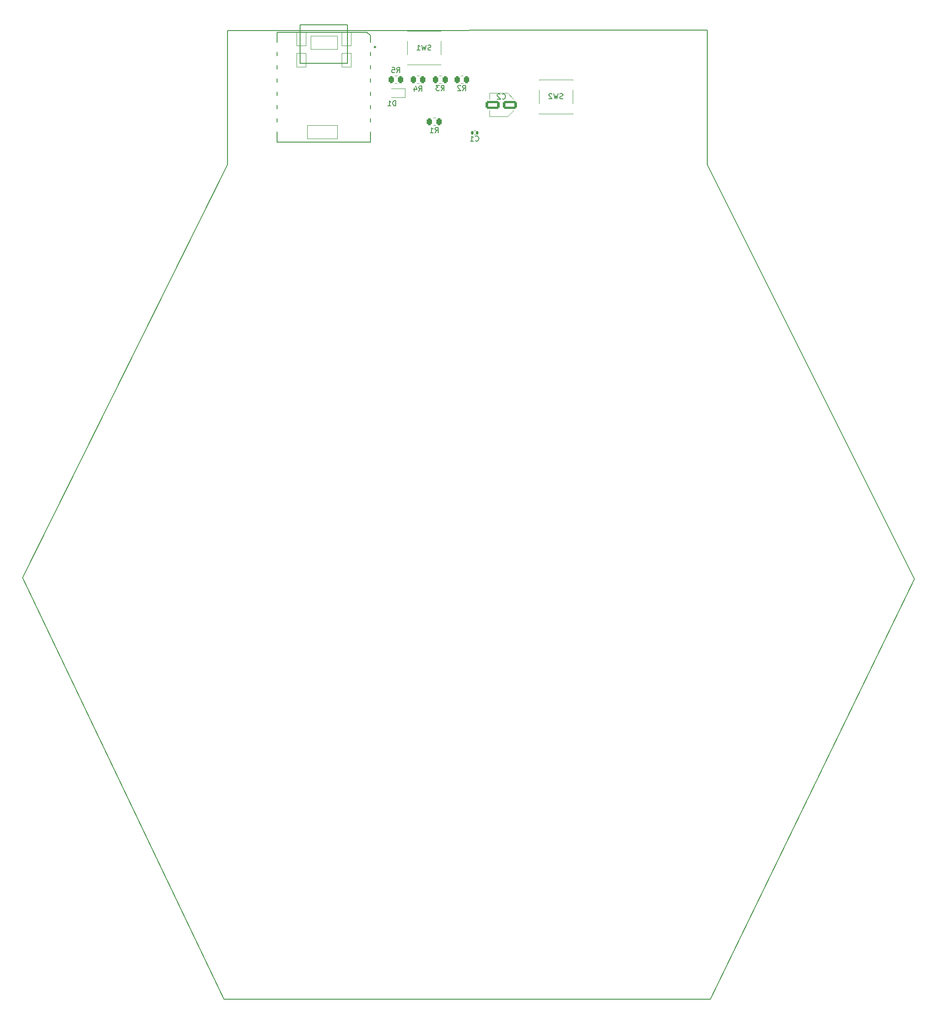
<source format=gbo>
%TF.GenerationSoftware,KiCad,Pcbnew,6.0.11+dfsg-1*%
%TF.CreationDate,2024-04-05T16:29:55+02:00*%
%TF.ProjectId,hexapad,68657861-7061-4642-9e6b-696361645f70,rev?*%
%TF.SameCoordinates,Original*%
%TF.FileFunction,Legend,Bot*%
%TF.FilePolarity,Positive*%
%FSLAX46Y46*%
G04 Gerber Fmt 4.6, Leading zero omitted, Abs format (unit mm)*
G04 Created by KiCad (PCBNEW 6.0.11+dfsg-1) date 2024-04-05 16:29:55*
%MOMM*%
%LPD*%
G01*
G04 APERTURE LIST*
G04 Aperture macros list*
%AMRoundRect*
0 Rectangle with rounded corners*
0 $1 Rounding radius*
0 $2 $3 $4 $5 $6 $7 $8 $9 X,Y pos of 4 corners*
0 Add a 4 corners polygon primitive as box body*
4,1,4,$2,$3,$4,$5,$6,$7,$8,$9,$2,$3,0*
0 Add four circle primitives for the rounded corners*
1,1,$1+$1,$2,$3*
1,1,$1+$1,$4,$5*
1,1,$1+$1,$6,$7*
1,1,$1+$1,$8,$9*
0 Add four rect primitives between the rounded corners*
20,1,$1+$1,$2,$3,$4,$5,0*
20,1,$1+$1,$4,$5,$6,$7,0*
20,1,$1+$1,$6,$7,$8,$9,0*
20,1,$1+$1,$8,$9,$2,$3,0*%
G04 Aperture macros list end*
%ADD10C,0.150000*%
%ADD11C,0.120000*%
%ADD12C,0.066040*%
%ADD13C,0.127000*%
%ADD14C,0.254000*%
%ADD15RoundRect,0.250000X-0.262500X-0.450000X0.262500X-0.450000X0.262500X0.450000X-0.262500X0.450000X0*%
%ADD16RoundRect,0.250000X1.075000X0.550000X-1.075000X0.550000X-1.075000X-0.550000X1.075000X-0.550000X0*%
%ADD17R,1.550000X1.300000*%
%ADD18R,0.600000X0.450000*%
%ADD19RoundRect,0.140000X-0.140000X-0.170000X0.140000X-0.170000X0.140000X0.170000X-0.140000X0.170000X0*%
%ADD20O,2.748280X1.998980*%
%ADD21O,1.016000X2.032000*%
%ADD22C,1.143000*%
G04 APERTURE END LIST*
D10*
X86125000Y-139475000D02*
X124625000Y-220075000D01*
X217700000Y-220075000D02*
X256700000Y-139725000D01*
X217075000Y-60475000D02*
X217100000Y-34775000D01*
X125300000Y-34800000D02*
X125300000Y-60475000D01*
X217100000Y-34775000D02*
X125300000Y-34800000D01*
X125300000Y-60475000D02*
X86125000Y-139475000D01*
X124625000Y-220075000D02*
X217700000Y-220075000D01*
X256700000Y-139725000D02*
X217075000Y-60475000D01*
X166170166Y-46302380D02*
X166503500Y-45826190D01*
X166741595Y-46302380D02*
X166741595Y-45302380D01*
X166360642Y-45302380D01*
X166265404Y-45350000D01*
X166217785Y-45397619D01*
X166170166Y-45492857D01*
X166170166Y-45635714D01*
X166217785Y-45730952D01*
X166265404Y-45778571D01*
X166360642Y-45826190D01*
X166741595Y-45826190D01*
X165836833Y-45302380D02*
X165217785Y-45302380D01*
X165551119Y-45683333D01*
X165408261Y-45683333D01*
X165313023Y-45730952D01*
X165265404Y-45778571D01*
X165217785Y-45873809D01*
X165217785Y-46111904D01*
X165265404Y-46207142D01*
X165313023Y-46254761D01*
X165408261Y-46302380D01*
X165693976Y-46302380D01*
X165789214Y-46254761D01*
X165836833Y-46207142D01*
X157684666Y-42874380D02*
X158018000Y-42398190D01*
X158256095Y-42874380D02*
X158256095Y-41874380D01*
X157875142Y-41874380D01*
X157779904Y-41922000D01*
X157732285Y-41969619D01*
X157684666Y-42064857D01*
X157684666Y-42207714D01*
X157732285Y-42302952D01*
X157779904Y-42350571D01*
X157875142Y-42398190D01*
X158256095Y-42398190D01*
X156779904Y-41874380D02*
X157256095Y-41874380D01*
X157303714Y-42350571D01*
X157256095Y-42302952D01*
X157160857Y-42255333D01*
X156922761Y-42255333D01*
X156827523Y-42302952D01*
X156779904Y-42350571D01*
X156732285Y-42445809D01*
X156732285Y-42683904D01*
X156779904Y-42779142D01*
X156827523Y-42826761D01*
X156922761Y-42874380D01*
X157160857Y-42874380D01*
X157256095Y-42826761D01*
X157303714Y-42779142D01*
X170281166Y-46302380D02*
X170614500Y-45826190D01*
X170852595Y-46302380D02*
X170852595Y-45302380D01*
X170471642Y-45302380D01*
X170376404Y-45350000D01*
X170328785Y-45397619D01*
X170281166Y-45492857D01*
X170281166Y-45635714D01*
X170328785Y-45730952D01*
X170376404Y-45778571D01*
X170471642Y-45826190D01*
X170852595Y-45826190D01*
X169900214Y-45397619D02*
X169852595Y-45350000D01*
X169757357Y-45302380D01*
X169519261Y-45302380D01*
X169424023Y-45350000D01*
X169376404Y-45397619D01*
X169328785Y-45492857D01*
X169328785Y-45588095D01*
X169376404Y-45730952D01*
X169947833Y-46302380D01*
X169328785Y-46302380D01*
X161899166Y-46430380D02*
X162232500Y-45954190D01*
X162470595Y-46430380D02*
X162470595Y-45430380D01*
X162089642Y-45430380D01*
X161994404Y-45478000D01*
X161946785Y-45525619D01*
X161899166Y-45620857D01*
X161899166Y-45763714D01*
X161946785Y-45858952D01*
X161994404Y-45906571D01*
X162089642Y-45954190D01*
X162470595Y-45954190D01*
X161042023Y-45763714D02*
X161042023Y-46430380D01*
X161280119Y-45382761D02*
X161518214Y-46097047D01*
X160899166Y-46097047D01*
X177841666Y-47832142D02*
X177889285Y-47879761D01*
X178032142Y-47927380D01*
X178127380Y-47927380D01*
X178270238Y-47879761D01*
X178365476Y-47784523D01*
X178413095Y-47689285D01*
X178460714Y-47498809D01*
X178460714Y-47355952D01*
X178413095Y-47165476D01*
X178365476Y-47070238D01*
X178270238Y-46975000D01*
X178127380Y-46927380D01*
X178032142Y-46927380D01*
X177889285Y-46975000D01*
X177841666Y-47022619D01*
X177460714Y-47022619D02*
X177413095Y-46975000D01*
X177317857Y-46927380D01*
X177079761Y-46927380D01*
X176984523Y-46975000D01*
X176936904Y-47022619D01*
X176889285Y-47117857D01*
X176889285Y-47213095D01*
X176936904Y-47355952D01*
X177508333Y-47927380D01*
X176889285Y-47927380D01*
X189438333Y-47829761D02*
X189295476Y-47877380D01*
X189057380Y-47877380D01*
X188962142Y-47829761D01*
X188914523Y-47782142D01*
X188866904Y-47686904D01*
X188866904Y-47591666D01*
X188914523Y-47496428D01*
X188962142Y-47448809D01*
X189057380Y-47401190D01*
X189247857Y-47353571D01*
X189343095Y-47305952D01*
X189390714Y-47258333D01*
X189438333Y-47163095D01*
X189438333Y-47067857D01*
X189390714Y-46972619D01*
X189343095Y-46925000D01*
X189247857Y-46877380D01*
X189009761Y-46877380D01*
X188866904Y-46925000D01*
X188533571Y-46877380D02*
X188295476Y-47877380D01*
X188105000Y-47163095D01*
X187914523Y-47877380D01*
X187676428Y-46877380D01*
X187343095Y-46972619D02*
X187295476Y-46925000D01*
X187200238Y-46877380D01*
X186962142Y-46877380D01*
X186866904Y-46925000D01*
X186819285Y-46972619D01*
X186771666Y-47067857D01*
X186771666Y-47163095D01*
X186819285Y-47305952D01*
X187390714Y-47877380D01*
X186771666Y-47877380D01*
X157494095Y-49224380D02*
X157494095Y-48224380D01*
X157256000Y-48224380D01*
X157113142Y-48272000D01*
X157017904Y-48367238D01*
X156970285Y-48462476D01*
X156922666Y-48652952D01*
X156922666Y-48795809D01*
X156970285Y-48986285D01*
X157017904Y-49081523D01*
X157113142Y-49176761D01*
X157256000Y-49224380D01*
X157494095Y-49224380D01*
X155970285Y-49224380D02*
X156541714Y-49224380D01*
X156256000Y-49224380D02*
X156256000Y-48224380D01*
X156351238Y-48367238D01*
X156446476Y-48462476D01*
X156541714Y-48510095D01*
X172731166Y-55862642D02*
X172778785Y-55910261D01*
X172921642Y-55957880D01*
X173016880Y-55957880D01*
X173159738Y-55910261D01*
X173254976Y-55815023D01*
X173302595Y-55719785D01*
X173350214Y-55529309D01*
X173350214Y-55386452D01*
X173302595Y-55195976D01*
X173254976Y-55100738D01*
X173159738Y-55005500D01*
X173016880Y-54957880D01*
X172921642Y-54957880D01*
X172778785Y-55005500D01*
X172731166Y-55053119D01*
X171778785Y-55957880D02*
X172350214Y-55957880D01*
X172064500Y-55957880D02*
X172064500Y-54957880D01*
X172159738Y-55100738D01*
X172254976Y-55195976D01*
X172350214Y-55243595D01*
X165027166Y-54347880D02*
X165360500Y-53871690D01*
X165598595Y-54347880D02*
X165598595Y-53347880D01*
X165217642Y-53347880D01*
X165122404Y-53395500D01*
X165074785Y-53443119D01*
X165027166Y-53538357D01*
X165027166Y-53681214D01*
X165074785Y-53776452D01*
X165122404Y-53824071D01*
X165217642Y-53871690D01*
X165598595Y-53871690D01*
X164074785Y-54347880D02*
X164646214Y-54347880D01*
X164360500Y-54347880D02*
X164360500Y-53347880D01*
X164455738Y-53490738D01*
X164550976Y-53585976D01*
X164646214Y-53633595D01*
X164203333Y-38534761D02*
X164060476Y-38582380D01*
X163822380Y-38582380D01*
X163727142Y-38534761D01*
X163679523Y-38487142D01*
X163631904Y-38391904D01*
X163631904Y-38296666D01*
X163679523Y-38201428D01*
X163727142Y-38153809D01*
X163822380Y-38106190D01*
X164012857Y-38058571D01*
X164108095Y-38010952D01*
X164155714Y-37963333D01*
X164203333Y-37868095D01*
X164203333Y-37772857D01*
X164155714Y-37677619D01*
X164108095Y-37630000D01*
X164012857Y-37582380D01*
X163774761Y-37582380D01*
X163631904Y-37630000D01*
X163298571Y-37582380D02*
X163060476Y-38582380D01*
X162870000Y-37868095D01*
X162679523Y-38582380D01*
X162441428Y-37582380D01*
X161536666Y-38582380D02*
X162108095Y-38582380D01*
X161822380Y-38582380D02*
X161822380Y-37582380D01*
X161917619Y-37725238D01*
X162012857Y-37820476D01*
X162108095Y-37868095D01*
D11*
X165776436Y-43465000D02*
X166230564Y-43465000D01*
X165776436Y-44935000D02*
X166230564Y-44935000D01*
X157290936Y-43465000D02*
X157745064Y-43465000D01*
X157290936Y-44935000D02*
X157745064Y-44935000D01*
X169887436Y-44935000D02*
X170341564Y-44935000D01*
X169887436Y-43465000D02*
X170341564Y-43465000D01*
X161505436Y-43465000D02*
X161959564Y-43465000D01*
X161505436Y-44935000D02*
X161959564Y-44935000D01*
X175420000Y-51280000D02*
X175420000Y-50080000D01*
X179940000Y-50215563D02*
X178875563Y-51280000D01*
X179940000Y-47824437D02*
X179940000Y-47960000D01*
X175420000Y-46760000D02*
X175420000Y-47960000D01*
X178875563Y-51280000D02*
X175420000Y-51280000D01*
X178875563Y-46760000D02*
X175420000Y-46760000D01*
X179940000Y-47824437D02*
X178875563Y-46760000D01*
X179940000Y-50215563D02*
X179940000Y-50080000D01*
X184875000Y-44240000D02*
X184875000Y-44270000D01*
X191335000Y-44240000D02*
X184875000Y-44240000D01*
X191335000Y-50700000D02*
X191335000Y-50670000D01*
X184875000Y-46170000D02*
X184875000Y-48770000D01*
X191335000Y-44270000D02*
X191335000Y-44240000D01*
X184875000Y-50700000D02*
X184875000Y-50670000D01*
X191335000Y-50700000D02*
X184875000Y-50700000D01*
X191335000Y-46170000D02*
X191335000Y-48770000D01*
X159218000Y-47590000D02*
X156668000Y-47590000D01*
X159218000Y-45890000D02*
X159218000Y-47590000D01*
X159218000Y-45890000D02*
X156668000Y-45890000D01*
X172456664Y-54705500D02*
X172672336Y-54705500D01*
X172456664Y-53985500D02*
X172672336Y-53985500D01*
D12*
X148931410Y-37703310D02*
X147153410Y-37703310D01*
D13*
X148220210Y-41048490D02*
X148220210Y-33695190D01*
X139220990Y-41048490D02*
X148220210Y-41048490D01*
D12*
X140295410Y-35036310D02*
X138517410Y-35036310D01*
X148931410Y-35036310D02*
X147153410Y-35036310D01*
X146264410Y-55483310D02*
X146264410Y-52943310D01*
X148931410Y-39100310D02*
X147153410Y-39100310D01*
D13*
X139220990Y-33695190D02*
X139220990Y-41048490D01*
D12*
X140295410Y-39100310D02*
X138517410Y-39100310D01*
D13*
X152614410Y-56118310D02*
X134816630Y-56118310D01*
D12*
X141184410Y-38338310D02*
X141184410Y-35798310D01*
D13*
X151943850Y-35120130D02*
X152614410Y-35790690D01*
D12*
X140295410Y-41769850D02*
X140295410Y-39100310D01*
D13*
X134816630Y-56118310D02*
X134816630Y-35120130D01*
D12*
X146264410Y-38338310D02*
X146264410Y-35798310D01*
X138517410Y-41769850D02*
X138517410Y-39100310D01*
X146264410Y-38338310D02*
X141184410Y-38338310D01*
X138517410Y-37703310D02*
X138517410Y-35036310D01*
X140295410Y-41769850D02*
X138517410Y-41769850D01*
X146264410Y-55483310D02*
X140549410Y-55483310D01*
D13*
X152614410Y-35790690D02*
X152614410Y-56118310D01*
D12*
X148931410Y-41769850D02*
X148931410Y-39100310D01*
X140295410Y-37703310D02*
X140295410Y-35036310D01*
X147153410Y-37703310D02*
X147153410Y-35036310D01*
D13*
X148215130Y-33695190D02*
X139220990Y-33695190D01*
D12*
X140295410Y-37703310D02*
X138517410Y-37703310D01*
X148931410Y-41769850D02*
X147153410Y-41769850D01*
X140549410Y-55483310D02*
X140549410Y-52943310D01*
X146264410Y-35798310D02*
X141184410Y-35798310D01*
X146264410Y-52943310D02*
X140549410Y-52943310D01*
X147153410Y-41769850D02*
X147153410Y-39100310D01*
D13*
X134816630Y-35120130D02*
X151943850Y-35120130D01*
D12*
X148931410Y-37703310D02*
X148931410Y-35036310D01*
D14*
X153630410Y-37957310D02*
G75*
G03*
X153630410Y-37957310I-127000J0D01*
G01*
D11*
X164633436Y-51510500D02*
X165087564Y-51510500D01*
X164633436Y-52980500D02*
X165087564Y-52980500D01*
X159640000Y-34900000D02*
X159640000Y-34930000D01*
X166100000Y-41360000D02*
X166100000Y-41330000D01*
X166100000Y-39430000D02*
X166100000Y-36830000D01*
X166100000Y-34900000D02*
X166100000Y-34930000D01*
X159640000Y-41330000D02*
X159640000Y-41360000D01*
X159640000Y-39430000D02*
X159640000Y-36830000D01*
X159640000Y-34900000D02*
X166100000Y-34900000D01*
X159640000Y-41360000D02*
X166100000Y-41360000D01*
%LPC*%
D15*
X165091000Y-44200000D03*
X166916000Y-44200000D03*
X156605500Y-44200000D03*
X158430500Y-44200000D03*
X169202000Y-44200000D03*
X171027000Y-44200000D03*
X160820000Y-44200000D03*
X162645000Y-44200000D03*
D16*
X179355000Y-49020000D03*
X176005000Y-49020000D03*
D17*
X192080000Y-45220000D03*
X184130000Y-45220000D03*
X184130000Y-49720000D03*
X192080000Y-49720000D03*
D18*
X158768000Y-46740000D03*
X156668000Y-46740000D03*
D19*
X172084500Y-54345500D03*
X173044500Y-54345500D03*
D20*
X151781290Y-38000490D03*
X151781290Y-40540490D03*
X151781290Y-43080490D03*
X151781290Y-45620490D03*
X151781290Y-48160490D03*
X151781290Y-50700490D03*
X151781290Y-53240490D03*
X135616730Y-53240490D03*
X135616730Y-50700490D03*
X135616730Y-48160490D03*
X135616730Y-45620490D03*
X135616730Y-43080490D03*
X135616730Y-40540490D03*
X135616730Y-38000490D03*
D21*
X144914410Y-54318310D03*
X142364410Y-54318310D03*
D22*
X144915607Y-37314123D03*
X142375607Y-37314123D03*
X144915607Y-39854123D03*
X142375607Y-39854123D03*
D15*
X163948000Y-52245500D03*
X165773000Y-52245500D03*
D17*
X166845000Y-40380000D03*
X158895000Y-40380000D03*
X158895000Y-35880000D03*
X166845000Y-35880000D03*
M02*

</source>
